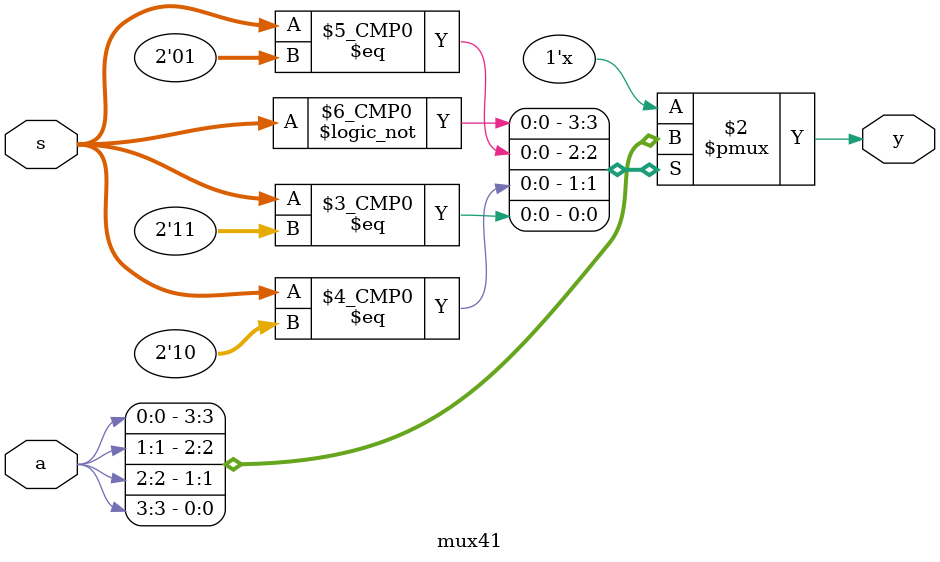
<source format=v>
module mux41(
    input wire [3:0] a,
    input wire [1:0] s,
    output reg y
    );
    always @ (*)
        case(s)
            2'b00 : y = a[0];  // 当s=00时选择a[0]
            2'b01 : y = a[1];  // 当s=01时选择a[1]
            2'b10 : y = a[2];  // 当s=10时选择a[2]
            2'b11 : y = a[3];  // 当s=11时选择a[3]
            default : y = a[0]; // 默认选择a[0]
        endcase
endmodule

</source>
